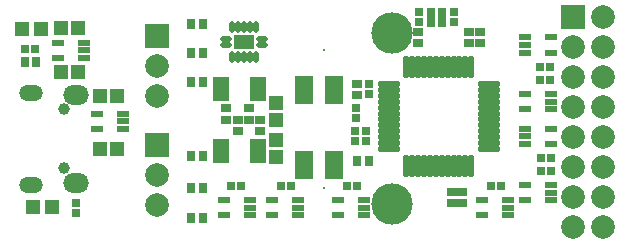
<source format=gbs>
%FSLAX44Y44*%
%MOMM*%
G71*
G01*
G75*
G04 Layer_Color=16711935*
%ADD10R,0.7620X0.7620*%
%ADD11R,0.5000X0.2000*%
%ADD12R,0.7620X0.7620*%
%ADD13R,0.3000X0.3000*%
%ADD14R,1.3000X0.4500*%
%ADD15R,2.7940X0.7366*%
%ADD16R,0.6200X0.5700*%
%ADD17C,0.1500*%
%ADD18C,0.2540*%
%ADD19C,0.1524*%
%ADD20O,2.0000X1.4500*%
%ADD21O,1.8000X1.1500*%
%ADD22C,0.8000*%
%ADD23C,1.8000*%
%ADD24R,1.8000X1.8000*%
%ADD25C,1.8000*%
%ADD26R,1.8000X1.8000*%
%ADD27C,0.6100*%
%ADD28C,0.6000*%
%ADD29C,3.3000*%
%ADD30R,0.6000X0.5500*%
%ADD31R,0.9500X0.9500*%
%ADD32R,0.5500X0.6000*%
%ADD33R,0.9500X0.9500*%
%ADD34R,0.8500X0.3500*%
%ADD35R,1.5000X1.0000*%
%ADD36O,0.8000X0.3000*%
%ADD37O,0.3000X0.8000*%
%ADD38R,1.2500X0.3000*%
%ADD39O,0.3500X1.7500*%
%ADD40O,1.7500X0.3500*%
%ADD41R,0.9700X0.9600*%
%ADD42R,0.5700X0.6200*%
%ADD43R,1.4000X2.2000*%
%ADD44C,0.4000*%
%ADD45C,0.2286*%
%ADD46C,0.1778*%
%ADD47R,0.9652X0.9652*%
%ADD48R,0.7032X0.4032*%
%ADD49R,0.9652X0.9652*%
%ADD50R,0.5032X0.5032*%
%ADD51R,1.5032X0.6532*%
%ADD52R,2.8956X0.8382*%
%ADD53R,0.8232X0.7732*%
%ADD54C,0.2032*%
%ADD55O,2.2032X1.6532*%
%ADD56O,2.0032X1.3532*%
%ADD57C,1.0032*%
%ADD58C,2.0032*%
%ADD59R,2.0032X2.0032*%
%ADD60C,2.0032*%
%ADD61R,2.0032X2.0032*%
%ADD62C,0.0100*%
%ADD63R,0.8032X0.7532*%
%ADD64R,1.1532X1.1532*%
%ADD65R,0.7532X0.8032*%
%ADD66R,1.1532X1.1532*%
%ADD67R,1.0532X0.5532*%
%ADD68R,1.7032X1.2032*%
%ADD69O,1.0032X0.5032*%
%ADD70O,0.5032X1.0032*%
%ADD71R,1.4532X0.5032*%
%ADD72O,0.5532X1.9532*%
%ADD73O,1.9532X0.5532*%
%ADD74R,1.1732X1.1632*%
%ADD75R,0.7732X0.8232*%
%ADD76R,1.6032X2.4032*%
%ADD77C,3.5032*%
D53*
X1675250Y1261050D02*
D03*
Y1251450D02*
D03*
X1684750Y1261050D02*
D03*
Y1251450D02*
D03*
X1632250D02*
D03*
Y1261050D02*
D03*
X1669480Y1116250D02*
D03*
Y1125850D02*
D03*
X1660730Y1116250D02*
D03*
Y1125850D02*
D03*
X1498250Y1177200D02*
D03*
Y1186800D02*
D03*
X1479417Y1177200D02*
D03*
Y1186800D02*
D03*
X1470000Y1196550D02*
D03*
Y1186950D02*
D03*
X1488833Y1196550D02*
D03*
Y1186950D02*
D03*
X1580250Y1207450D02*
D03*
Y1217050D02*
D03*
D54*
X1552500Y1246170D02*
D03*
Y1128825D02*
D03*
D55*
X1342900Y1207890D02*
D03*
Y1133390D02*
D03*
D56*
X1304900Y1209390D02*
D03*
Y1131890D02*
D03*
D57*
X1332400Y1195640D02*
D03*
Y1145640D02*
D03*
D58*
X1411054Y1207202D02*
D03*
Y1232602D02*
D03*
Y1114200D02*
D03*
Y1139600D02*
D03*
D59*
Y1258002D02*
D03*
Y1165000D02*
D03*
D60*
X1788650Y1095700D02*
D03*
X1763250D02*
D03*
X1788650Y1121100D02*
D03*
X1763250D02*
D03*
X1788650Y1146500D02*
D03*
X1763250D02*
D03*
X1788650Y1171900D02*
D03*
X1763250D02*
D03*
X1788650Y1197300D02*
D03*
X1763250D02*
D03*
X1788650Y1222700D02*
D03*
X1763250D02*
D03*
X1788650Y1248100D02*
D03*
X1763250D02*
D03*
X1788650Y1273500D02*
D03*
D61*
X1763250D02*
D03*
D62*
X1669500Y1277750D02*
D03*
X1725500Y1228750D02*
D03*
X1705750Y1222250D02*
D03*
X1730500Y1256750D02*
D03*
X1626500Y1277750D02*
D03*
X1656414Y1256250D02*
D03*
X1664038D02*
D03*
X1690250Y1228750D02*
D03*
X1652250Y1104000D02*
D03*
X1725500Y1158500D02*
D03*
X1725364Y1151130D02*
D03*
X1752500Y1136750D02*
D03*
D63*
X1662250Y1269250D02*
D03*
Y1277750D02*
D03*
X1590500Y1216750D02*
D03*
Y1208250D02*
D03*
X1579250Y1177250D02*
D03*
Y1168750D02*
D03*
X1580000Y1188250D02*
D03*
Y1196750D02*
D03*
X1588500Y1177250D02*
D03*
Y1168750D02*
D03*
X1632750Y1269250D02*
D03*
Y1277750D02*
D03*
X1342500Y1107500D02*
D03*
Y1116000D02*
D03*
D64*
X1363080Y1162090D02*
D03*
X1377580D02*
D03*
X1363080Y1206500D02*
D03*
X1377580D02*
D03*
X1344500Y1227000D02*
D03*
X1330000D02*
D03*
Y1264500D02*
D03*
X1344500D02*
D03*
D65*
X1736330Y1154580D02*
D03*
X1744830D02*
D03*
X1702240Y1130300D02*
D03*
X1693740D02*
D03*
X1524440D02*
D03*
X1515940D02*
D03*
X1580320D02*
D03*
X1571820D02*
D03*
X1482530D02*
D03*
X1474030D02*
D03*
X1299750Y1246750D02*
D03*
X1308250D02*
D03*
X1736330Y1143430D02*
D03*
X1744830D02*
D03*
X1744330Y1220630D02*
D03*
X1735830D02*
D03*
Y1231780D02*
D03*
X1744330D02*
D03*
D66*
X1511750Y1201000D02*
D03*
Y1186500D02*
D03*
Y1155250D02*
D03*
Y1169750D02*
D03*
D67*
X1360500Y1192000D02*
D03*
Y1179000D02*
D03*
X1382500D02*
D03*
Y1185500D02*
D03*
Y1192000D02*
D03*
X1686150Y1118730D02*
D03*
Y1105730D02*
D03*
X1708150D02*
D03*
Y1112230D02*
D03*
Y1118730D02*
D03*
X1467710Y1118870D02*
D03*
Y1105870D02*
D03*
X1489710D02*
D03*
Y1112370D02*
D03*
Y1118870D02*
D03*
X1564230Y1118730D02*
D03*
Y1105730D02*
D03*
X1586230D02*
D03*
Y1112230D02*
D03*
Y1118730D02*
D03*
X1327250Y1252000D02*
D03*
Y1239000D02*
D03*
X1349250D02*
D03*
Y1245500D02*
D03*
Y1252000D02*
D03*
X1723080Y1208713D02*
D03*
Y1195713D02*
D03*
X1745080D02*
D03*
Y1202213D02*
D03*
Y1208713D02*
D03*
X1723080Y1131430D02*
D03*
Y1118430D02*
D03*
X1745080D02*
D03*
Y1124930D02*
D03*
Y1131430D02*
D03*
X1744580Y1243530D02*
D03*
Y1256530D02*
D03*
X1722580D02*
D03*
Y1250030D02*
D03*
Y1243530D02*
D03*
X1744580Y1166247D02*
D03*
Y1179247D02*
D03*
X1722580D02*
D03*
Y1172747D02*
D03*
Y1166247D02*
D03*
X1508350Y1118870D02*
D03*
Y1105870D02*
D03*
X1530350D02*
D03*
Y1112370D02*
D03*
Y1118870D02*
D03*
D68*
X1485000Y1252500D02*
D03*
D69*
X1500000Y1250000D02*
D03*
Y1255000D02*
D03*
X1470000D02*
D03*
Y1250000D02*
D03*
D70*
X1495000Y1265000D02*
D03*
X1490000D02*
D03*
X1485000D02*
D03*
X1480000D02*
D03*
X1475000D02*
D03*
Y1240000D02*
D03*
X1480000D02*
D03*
X1485000D02*
D03*
X1490000D02*
D03*
X1495000D02*
D03*
D71*
X1465210Y1152750D02*
D03*
Y1157750D02*
D03*
Y1162750D02*
D03*
Y1167750D02*
D03*
X1496790Y1152750D02*
D03*
Y1157750D02*
D03*
Y1162750D02*
D03*
Y1167750D02*
D03*
X1465210Y1205250D02*
D03*
Y1210250D02*
D03*
Y1215250D02*
D03*
Y1220250D02*
D03*
X1496790Y1205250D02*
D03*
Y1210250D02*
D03*
Y1215250D02*
D03*
Y1220250D02*
D03*
D72*
X1652250Y1231750D02*
D03*
X1657250D02*
D03*
X1622250D02*
D03*
X1627250D02*
D03*
X1632250D02*
D03*
X1637250D02*
D03*
X1642250D02*
D03*
X1647250D02*
D03*
X1662250D02*
D03*
X1667250D02*
D03*
X1672250D02*
D03*
X1677250D02*
D03*
Y1147250D02*
D03*
X1672250D02*
D03*
X1667250D02*
D03*
X1662250D02*
D03*
X1657250D02*
D03*
X1652250D02*
D03*
X1647250D02*
D03*
X1642250D02*
D03*
X1637250D02*
D03*
X1632250D02*
D03*
X1627250D02*
D03*
X1622250D02*
D03*
D73*
X1692000Y1217000D02*
D03*
Y1212000D02*
D03*
Y1207000D02*
D03*
Y1202000D02*
D03*
Y1197000D02*
D03*
Y1192000D02*
D03*
Y1187000D02*
D03*
Y1182000D02*
D03*
Y1177000D02*
D03*
Y1172000D02*
D03*
Y1167000D02*
D03*
Y1162000D02*
D03*
X1607500D02*
D03*
Y1167000D02*
D03*
Y1172000D02*
D03*
Y1177000D02*
D03*
Y1182000D02*
D03*
Y1187000D02*
D03*
Y1192000D02*
D03*
Y1197000D02*
D03*
Y1202000D02*
D03*
Y1207000D02*
D03*
Y1212000D02*
D03*
Y1217000D02*
D03*
D74*
X1313150Y1263500D02*
D03*
X1296850D02*
D03*
X1305850Y1112750D02*
D03*
X1322150D02*
D03*
D75*
X1440200Y1268250D02*
D03*
X1449800D02*
D03*
X1440200Y1128750D02*
D03*
X1449800D02*
D03*
X1580700Y1151750D02*
D03*
X1590300D02*
D03*
X1309090Y1235710D02*
D03*
X1299490D02*
D03*
X1440200Y1218500D02*
D03*
X1449800D02*
D03*
X1440200Y1243500D02*
D03*
X1449800D02*
D03*
X1440200Y1155750D02*
D03*
X1449800D02*
D03*
X1440200Y1103500D02*
D03*
X1449800D02*
D03*
X1642950Y1277500D02*
D03*
X1652550D02*
D03*
Y1269250D02*
D03*
X1642950D02*
D03*
D76*
X1561000Y1148750D02*
D03*
Y1211750D02*
D03*
X1536000Y1148750D02*
D03*
Y1211750D02*
D03*
D77*
X1610000Y1115500D02*
D03*
Y1260000D02*
D03*
M02*

</source>
